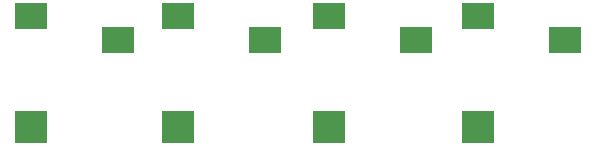
<source format=gbr>
%TF.GenerationSoftware,KiCad,Pcbnew,(5.1.6)-1*%
%TF.CreationDate,2020-10-08T10:17:58-07:00*%
%TF.ProjectId,piezobreakout,7069657a-6f62-4726-9561-6b6f75742e6b,rev?*%
%TF.SameCoordinates,Original*%
%TF.FileFunction,Paste,Top*%
%TF.FilePolarity,Positive*%
%FSLAX46Y46*%
G04 Gerber Fmt 4.6, Leading zero omitted, Abs format (unit mm)*
G04 Created by KiCad (PCBNEW (5.1.6)-1) date 2020-10-08 10:17:58*
%MOMM*%
%LPD*%
G01*
G04 APERTURE LIST*
%ADD10R,2.800000X2.800000*%
%ADD11R,2.800000X2.200000*%
G04 APERTURE END LIST*
D10*
%TO.C,J4*%
X143620000Y-89366000D03*
D11*
X143620000Y-79966000D03*
X151020000Y-81966000D03*
%TD*%
D10*
%TO.C,J3*%
X131030000Y-89366000D03*
D11*
X131030000Y-79966000D03*
X138430000Y-81966000D03*
%TD*%
D10*
%TO.C,J2*%
X118220000Y-89366000D03*
D11*
X118220000Y-79966000D03*
X125620000Y-81966000D03*
%TD*%
D10*
%TO.C,J1*%
X105774000Y-89366000D03*
D11*
X105774000Y-79966000D03*
X113174000Y-81966000D03*
%TD*%
M02*

</source>
